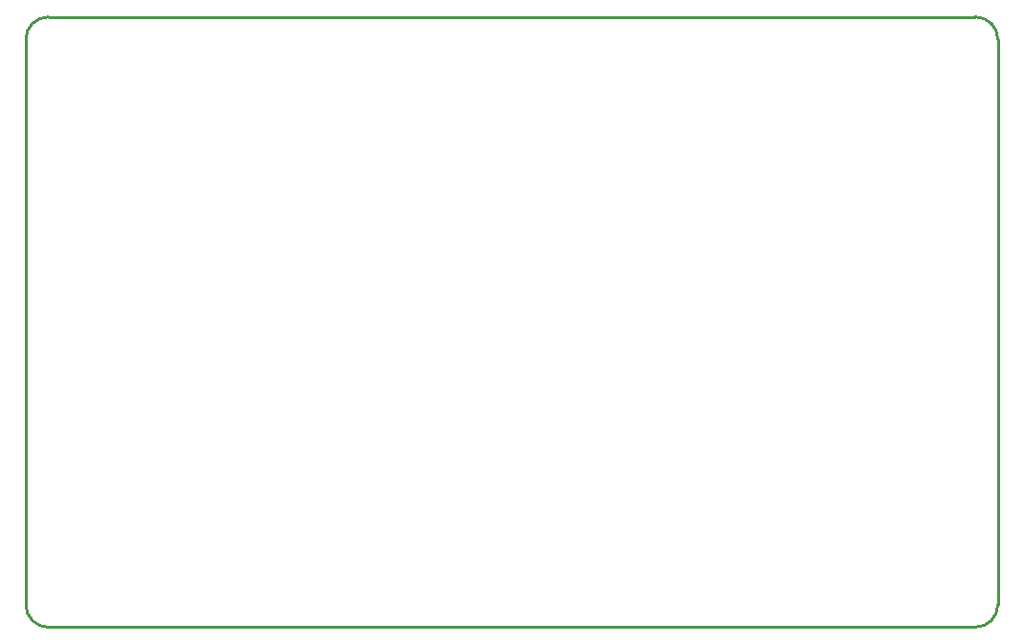
<source format=gm1>
G04*
G04 #@! TF.GenerationSoftware,Altium Limited,Altium Designer,24.1.2 (44)*
G04*
G04 Layer_Color=16711935*
%FSLAX44Y44*%
%MOMM*%
G71*
G04*
G04 #@! TF.SameCoordinates,D3952CD8-D2C5-4FB3-AAAE-883DB83010C7*
G04*
G04*
G04 #@! TF.FilePolarity,Positive*
G04*
G01*
G75*
%ADD11C,0.2540*%
D11*
X840000Y0D02*
G03*
X860000Y20000I0J20000D01*
G01*
Y520000D02*
G03*
X840000Y540000I-20000J0D01*
G01*
X20000D02*
G03*
X0Y520000I0J-20000D01*
G01*
Y20000D02*
G03*
X20000Y0I20000J0D01*
G01*
X840000D01*
X860000Y20000D02*
Y520000D01*
X20000Y540000D02*
X840000D01*
X0Y20000D02*
Y520000D01*
M02*

</source>
